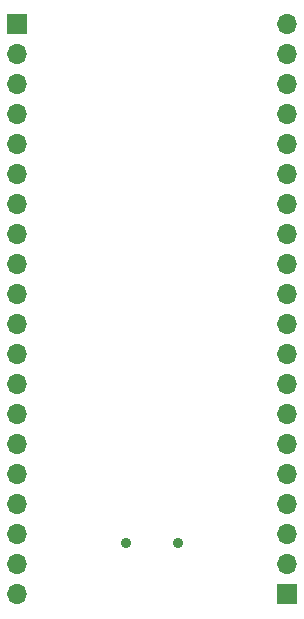
<source format=gbr>
%TF.GenerationSoftware,KiCad,Pcbnew,5.1.9-73d0e3b20d~88~ubuntu20.04.1*%
%TF.CreationDate,2021-03-30T20:26:41-06:00*%
%TF.ProjectId,STM32F411CE,53544d33-3246-4343-9131-43452e6b6963,rev?*%
%TF.SameCoordinates,Original*%
%TF.FileFunction,Soldermask,Bot*%
%TF.FilePolarity,Negative*%
%FSLAX46Y46*%
G04 Gerber Fmt 4.6, Leading zero omitted, Abs format (unit mm)*
G04 Created by KiCad (PCBNEW 5.1.9-73d0e3b20d~88~ubuntu20.04.1) date 2021-03-30 20:26:41*
%MOMM*%
%LPD*%
G01*
G04 APERTURE LIST*
%ADD10O,1.700000X1.700000*%
%ADD11R,1.700000X1.700000*%
%ADD12C,0.900000*%
G04 APERTURE END LIST*
D10*
%TO.C,J3*%
X36626800Y-13766800D03*
X36626800Y-16306800D03*
X36626800Y-18846800D03*
X36626800Y-21386800D03*
X36626800Y-23926800D03*
X36626800Y-26466800D03*
X36626800Y-29006800D03*
X36626800Y-31546800D03*
X36626800Y-34086800D03*
X36626800Y-36626800D03*
X36626800Y-39166800D03*
X36626800Y-41706800D03*
X36626800Y-44246800D03*
X36626800Y-46786800D03*
X36626800Y-49326800D03*
X36626800Y-51866800D03*
X36626800Y-54406800D03*
X36626800Y-56946800D03*
X36626800Y-59486800D03*
D11*
X36626800Y-62026800D03*
%TD*%
D10*
%TO.C,J2*%
X13766800Y-62026800D03*
X13766800Y-59486800D03*
X13766800Y-56946800D03*
X13766800Y-54406800D03*
X13766800Y-51866800D03*
X13766800Y-49326800D03*
X13766800Y-46786800D03*
X13766800Y-44246800D03*
X13766800Y-41706800D03*
X13766800Y-39166800D03*
X13766800Y-36626800D03*
X13766800Y-34086800D03*
X13766800Y-31546800D03*
X13766800Y-29006800D03*
X13766800Y-26466800D03*
X13766800Y-23926800D03*
X13766800Y-21386800D03*
X13766800Y-18846800D03*
X13766800Y-16306800D03*
D11*
X13766800Y-13766800D03*
%TD*%
D12*
%TO.C,J1*%
X27396800Y-57708800D03*
X22996800Y-57708800D03*
%TD*%
M02*

</source>
